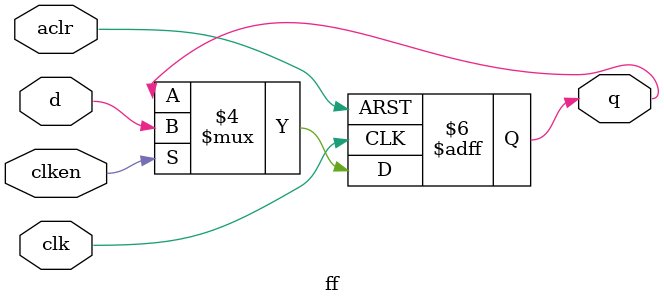
<source format=v>
module ff (clk, aclr, clken, d, q);
  input clk, aclr, clken, d;
  output q;

  reg    q;

always@(posedge clk or negedge aclr)
begin
  if (aclr == 1'b0)
    q <= 1'b0;
  else if (clken == 1'b1)
    q <= d;
end

endmodule

</source>
